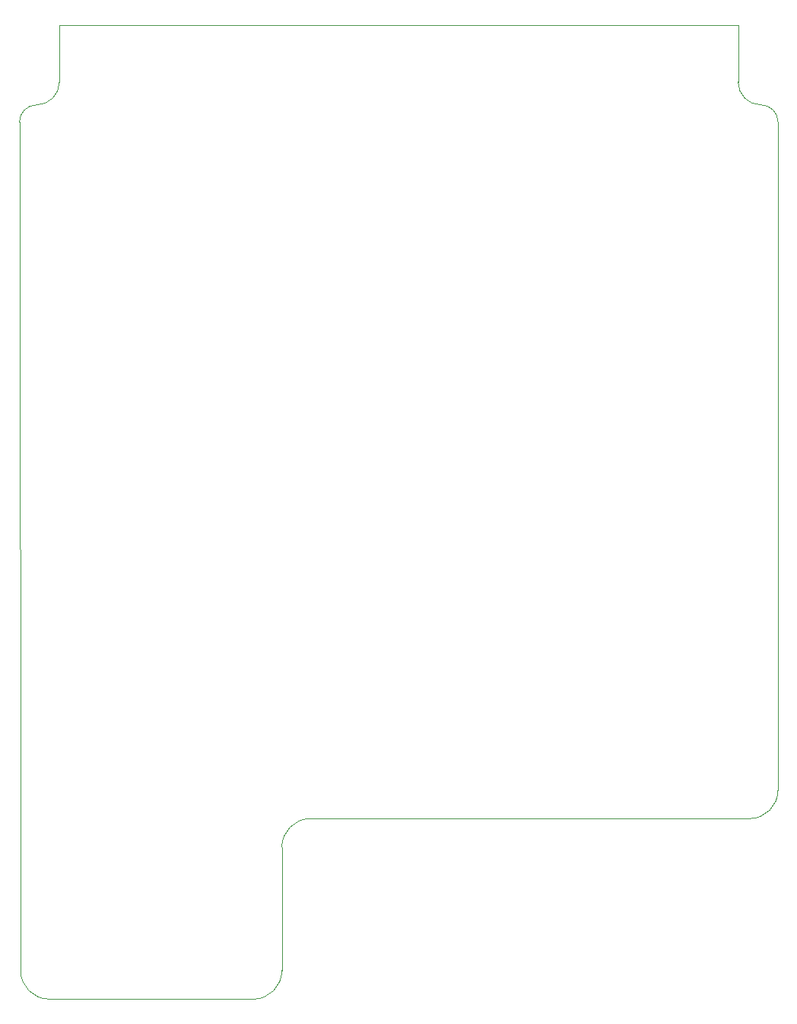
<source format=gm1>
G04 #@! TF.GenerationSoftware,KiCad,Pcbnew,6.0.5+dfsg-1~bpo11+1*
G04 #@! TF.CreationDate,2023-01-30T19:55:39+00:00*
G04 #@! TF.ProjectId,phasor_II,70686173-6f72-45f4-9949-2e6b69636164,0*
G04 #@! TF.SameCoordinates,Original*
G04 #@! TF.FileFunction,Profile,NP*
%FSLAX46Y46*%
G04 Gerber Fmt 4.6, Leading zero omitted, Abs format (unit mm)*
G04 Created by KiCad (PCBNEW 6.0.5+dfsg-1~bpo11+1) date 2023-01-30 19:55:39*
%MOMM*%
%LPD*%
G01*
G04 APERTURE LIST*
G04 #@! TA.AperFunction,Profile*
%ADD10C,0.100000*%
G04 #@! TD*
G04 APERTURE END LIST*
D10*
X189230000Y-133985000D02*
G75*
G03*
X192405000Y-130810000I0J3175000D01*
G01*
X189230000Y-133985000D02*
X140335000Y-133985000D01*
X112395000Y-52070000D02*
X112395000Y-45720000D01*
X140335000Y-133985000D02*
G75*
G03*
X137160000Y-137160000I0J-3175000D01*
G01*
X187960000Y-52070000D02*
G75*
G03*
X190500000Y-54610000I2540000J0D01*
G01*
X192405000Y-56515000D02*
X192405000Y-130810000D01*
X109855000Y-54610000D02*
G75*
G03*
X107950000Y-56515000I0J-1905000D01*
G01*
X109855000Y-54610000D02*
G75*
G03*
X112395000Y-52070000I0J2540000D01*
G01*
X112395000Y-45720000D02*
X187960000Y-45720000D01*
X111252000Y-154051000D02*
X133985000Y-154061143D01*
X192405000Y-56515000D02*
G75*
G03*
X190500000Y-54610000I-1905000J0D01*
G01*
X108077000Y-150876000D02*
G75*
G03*
X111252000Y-154051000I3175000J0D01*
G01*
X108077000Y-150876000D02*
X107950000Y-56515000D01*
X187960000Y-52070000D02*
X187960000Y-45720000D01*
X137170143Y-150876000D02*
X137160000Y-137160000D01*
X133985000Y-154061143D02*
G75*
G03*
X137170143Y-150876000I0J3185143D01*
G01*
M02*

</source>
